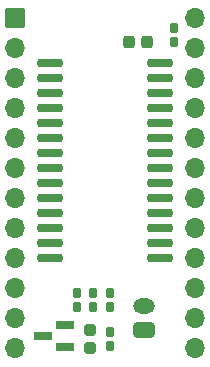
<source format=gbr>
%TF.GenerationSoftware,KiCad,Pcbnew,(6.0.9)*%
%TF.CreationDate,2022-11-12T15:20:29-05:00*%
%TF.ProjectId,6116_FRAM_MOD,36313136-5f46-4524-914d-5f4d4f442e6b,rev?*%
%TF.SameCoordinates,Original*%
%TF.FileFunction,Soldermask,Top*%
%TF.FilePolarity,Negative*%
%FSLAX46Y46*%
G04 Gerber Fmt 4.6, Leading zero omitted, Abs format (unit mm)*
G04 Created by KiCad (PCBNEW (6.0.9)) date 2022-11-12 15:20:29*
%MOMM*%
%LPD*%
G01*
G04 APERTURE LIST*
G04 Aperture macros list*
%AMRoundRect*
0 Rectangle with rounded corners*
0 $1 Rounding radius*
0 $2 $3 $4 $5 $6 $7 $8 $9 X,Y pos of 4 corners*
0 Add a 4 corners polygon primitive as box body*
4,1,4,$2,$3,$4,$5,$6,$7,$8,$9,$2,$3,0*
0 Add four circle primitives for the rounded corners*
1,1,$1+$1,$2,$3*
1,1,$1+$1,$4,$5*
1,1,$1+$1,$6,$7*
1,1,$1+$1,$8,$9*
0 Add four rect primitives between the rounded corners*
20,1,$1+$1,$2,$3,$4,$5,0*
20,1,$1+$1,$4,$5,$6,$7,0*
20,1,$1+$1,$6,$7,$8,$9,0*
20,1,$1+$1,$8,$9,$2,$3,0*%
G04 Aperture macros list end*
%ADD10RoundRect,0.200800X-0.875000X-0.150000X0.875000X-0.150000X0.875000X0.150000X-0.875000X0.150000X0*%
%ADD11RoundRect,0.210800X-0.160000X0.197500X-0.160000X-0.197500X0.160000X-0.197500X0.160000X0.197500X0*%
%ADD12RoundRect,0.210800X0.160000X-0.197500X0.160000X0.197500X-0.160000X0.197500X-0.160000X-0.197500X0*%
%ADD13RoundRect,0.300800X0.625000X-0.350000X0.625000X0.350000X-0.625000X0.350000X-0.625000X-0.350000X0*%
%ADD14O,1.851600X1.301600*%
%ADD15RoundRect,0.200800X0.587500X0.150000X-0.587500X0.150000X-0.587500X-0.150000X0.587500X-0.150000X0*%
%ADD16RoundRect,0.050800X-0.800000X-0.800000X0.800000X-0.800000X0.800000X0.800000X-0.800000X0.800000X0*%
%ADD17O,1.701600X1.701600*%
%ADD18RoundRect,0.275800X0.225000X0.250000X-0.225000X0.250000X-0.225000X-0.250000X0.225000X-0.250000X0*%
%ADD19RoundRect,0.275800X0.250000X-0.225000X0.250000X0.225000X-0.250000X0.225000X-0.250000X-0.225000X0*%
G04 APERTURE END LIST*
D10*
%TO.C,U2*%
X114730000Y-62230000D03*
X114730000Y-63500000D03*
X114730000Y-64770000D03*
X114730000Y-66040000D03*
X114730000Y-67310000D03*
X114730000Y-68580000D03*
X114730000Y-69850000D03*
X114730000Y-71120000D03*
X114730000Y-72390000D03*
X114730000Y-73660000D03*
X114730000Y-74930000D03*
X114730000Y-76200000D03*
X114730000Y-77470000D03*
X114730000Y-78740000D03*
X124030000Y-78740000D03*
X124030000Y-77470000D03*
X124030000Y-76200000D03*
X124030000Y-74930000D03*
X124030000Y-73660000D03*
X124030000Y-72390000D03*
X124030000Y-71120000D03*
X124030000Y-69850000D03*
X124030000Y-68580000D03*
X124030000Y-67310000D03*
X124030000Y-66040000D03*
X124030000Y-64770000D03*
X124030000Y-63500000D03*
X124030000Y-62230000D03*
%TD*%
D11*
%TO.C,R1*%
X125222000Y-59219500D03*
X125222000Y-60414500D03*
%TD*%
D12*
%TO.C,R2*%
X119808866Y-86195500D03*
X119808866Y-85000500D03*
%TD*%
D13*
%TO.C,J1*%
X122682000Y-84785200D03*
D14*
X122682000Y-82785200D03*
%TD*%
D12*
%TO.C,R3*%
X119808866Y-82893500D03*
X119808866Y-81698500D03*
%TD*%
D15*
%TO.C,U1*%
X115999500Y-86294000D03*
X115999500Y-84394000D03*
X114124500Y-85344000D03*
%TD*%
D12*
%TO.C,R4*%
X118364000Y-82893500D03*
X118364000Y-81698500D03*
%TD*%
D16*
%TO.C,U10*%
X111760000Y-58420000D03*
D17*
X111760000Y-60960000D03*
X111760000Y-63500000D03*
X111760000Y-66040000D03*
X111760000Y-68580000D03*
X111760000Y-71120000D03*
X111760000Y-73660000D03*
X111760000Y-76200000D03*
X111760000Y-78740000D03*
X111760000Y-81280000D03*
X111760000Y-83820000D03*
X111760000Y-86360000D03*
X127000000Y-86360000D03*
X127000000Y-83820000D03*
X127000000Y-81280000D03*
X127000000Y-78740000D03*
X127000000Y-76200000D03*
X127000000Y-73660000D03*
X127000000Y-71120000D03*
X127000000Y-68580000D03*
X127000000Y-66040000D03*
X127000000Y-63500000D03*
X127000000Y-60960000D03*
X127000000Y-58420000D03*
%TD*%
D18*
%TO.C,C3*%
X122949000Y-60452000D03*
X121399000Y-60452000D03*
%TD*%
D12*
%TO.C,R6*%
X116967000Y-82893500D03*
X116967000Y-81698500D03*
%TD*%
D19*
%TO.C,C4*%
X118110000Y-86373000D03*
X118110000Y-84823000D03*
%TD*%
M02*

</source>
